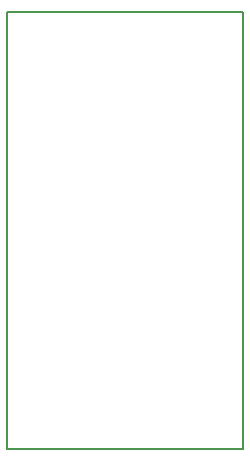
<source format=gm1>
G04 #@! TF.GenerationSoftware,KiCad,Pcbnew,6.0.11-2627ca5db0~126~ubuntu20.04.1*
G04 #@! TF.CreationDate,2023-10-24T11:05:38+02:00*
G04 #@! TF.ProjectId,attiny85_I2C_RGB_LED_v21,61747469-6e79-4383-955f-4932435f5247,2.0*
G04 #@! TF.SameCoordinates,Original*
G04 #@! TF.FileFunction,Profile,NP*
%FSLAX46Y46*%
G04 Gerber Fmt 4.6, Leading zero omitted, Abs format (unit mm)*
G04 Created by KiCad (PCBNEW 6.0.11-2627ca5db0~126~ubuntu20.04.1) date 2023-10-24 11:05:38*
%MOMM*%
%LPD*%
G01*
G04 APERTURE LIST*
G04 #@! TA.AperFunction,Profile*
%ADD10C,0.200000*%
G04 #@! TD*
G04 APERTURE END LIST*
D10*
X106800000Y-147700000D02*
X126800000Y-147700000D01*
X106800000Y-147700000D02*
X106800000Y-110700000D01*
X126800000Y-147700000D02*
X126800000Y-110700000D01*
X126800000Y-110700000D02*
X106800000Y-110700000D01*
M02*

</source>
